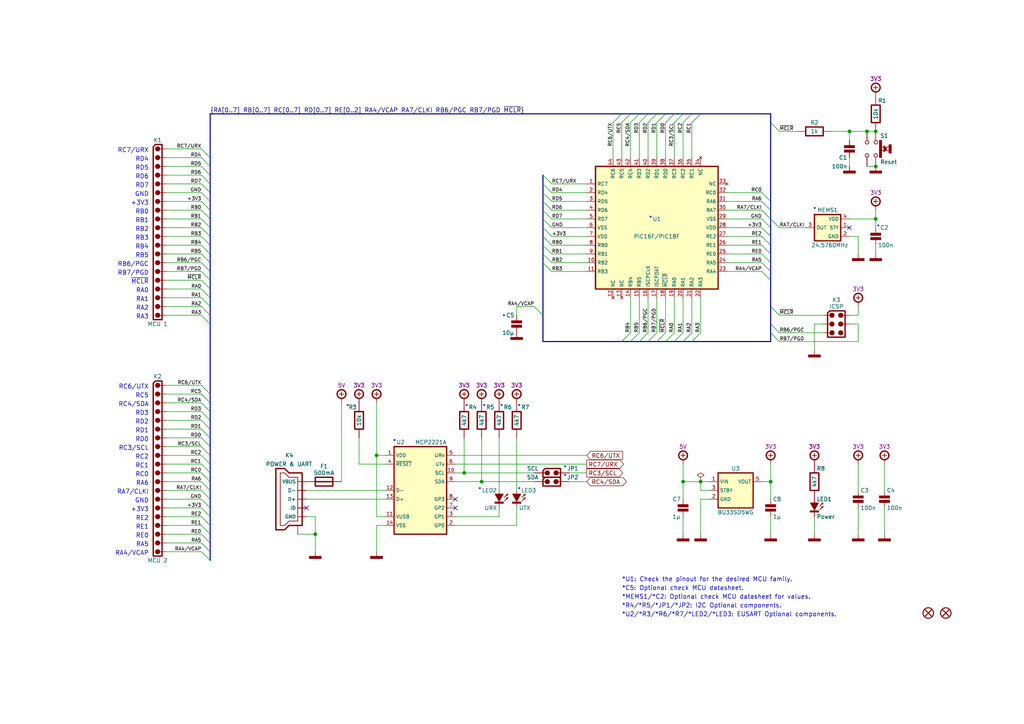
<source format=kicad_sch>
(kicad_sch (version 20250114) (generator "eeschema") (generator_version "9.0")
  (paper "A4")
  (title_block (title "PIC8-Bit Nano Trainer") (date "01/2022") (rev "A"))
  (text "RD7" (at 43.18 54.61 0) (effects (font (size 1.27 1.27)) (justify right bottom)))
  (text "RA7/CLKI" (at 43.18 143.51 0) (effects (font (size 1.27 1.27)) (justify right bottom)))
  (text "RB0" (at 43.18 62.23 0) (effects (font (size 1.27 1.27)) (justify right bottom)))
  (text "*" (at 255.27 66.675 0) (effects (font (size 1.15 1.15)) (justify right bottom)))
  (text "RD5" (at 43.18 49.53 0) (effects (font (size 1.27 1.27)) (justify right bottom)))
  (text "RC6/UTX" (at 43.18 113.03 0) (effects (font (size 1.27 1.27)) (justify right bottom)))
  (text "GND" (at 43.18 146.05 0) (effects (font (size 1.27 1.27)) (justify right bottom)))
  (text "RB4" (at 43.18 72.39 0) (effects (font (size 1.27 1.27)) (justify right bottom)))
  (text "RA4/VCAP" (at 43.18 161.29 0) (effects (font (size 1.27 1.27)) (justify right bottom)))
  (text "*" (at 135.89 118.745 0) (effects (font (size 1.15 1.15)) (justify right bottom)))
  (text "*" (at 114.935 128.905 0) (effects (font (size 1.15 1.15)) (justify right bottom)))
  (text "*" (at 151.13 142.875 0) (effects (font (size 1.15 1.15)) (justify right bottom)))
  (text "RB1" (at 43.18 64.77 0) (effects (font (size 1.27 1.27)) (justify right bottom)))
  (text "RE0" (at 43.18 156.21 0) (effects (font (size 1.27 1.27)) (justify right bottom)))
  (text "RC3/SCL" (at 43.18 130.81 0) (effects (font (size 1.27 1.27)) (justify right bottom)))
  (text "~{MCLR}" (at 43.18 82.55 0) (effects (font (size 1.27 1.27)) (justify right bottom)))
  (text "RB2" (at 43.18 67.31 0) (effects (font (size 1.27 1.27)) (justify right bottom)))
  (text "+3V3" (at 43.18 59.69 0) (effects (font (size 1.27 1.27)) (justify right bottom)))
  (text "RE1" (at 43.18 153.67 0) (effects (font (size 1.27 1.27)) (justify right bottom)))
  (text "RB5" (at 43.18 74.93 0) (effects (font (size 1.27 1.27)) (justify right bottom)))
  (text "RA6" (at 43.18 140.97 0) (effects (font (size 1.27 1.27)) (justify right bottom)))
  (text "RD1" (at 43.18 125.73 0) (effects (font (size 1.27 1.27)) (justify right bottom)))
  (text "RD3" (at 43.18 120.65 0) (effects (font (size 1.27 1.27)) (justify right bottom)))
  (text "*" (at 139.7 142.875 0) (effects (font (size 1.15 1.15)) (justify right bottom)))
  (text "RD6" (at 43.18 52.07 0) (effects (font (size 1.27 1.27)) (justify right bottom)))
  (text "GND" (at 43.18 57.15 0) (effects (font (size 1.27 1.27)) (justify right bottom)))
  (text "RB3" (at 43.18 69.85 0) (effects (font (size 1.27 1.27)) (justify right bottom)))
  (text "RA3" (at 43.18 92.71 0) (effects (font (size 1.27 1.27)) (justify right bottom)))
  (text "*U1: Check the pinout for the desired MCU family." (at 180.34 168.91 0) (effects (font (size 1.27 1.27)) (justify left bottom)))
  (text "RE2" (at 43.18 151.13 0) (effects (font (size 1.27 1.27)) (justify right bottom)))
  (text "*C5: Optional check MCU datasheet." (at 180.34 171.45 0) (effects (font (size 1.27 1.27)) (justify left bottom)))
  (text "RA1" (at 43.18 87.63 0) (effects (font (size 1.27 1.27)) (justify right bottom)))
  (text "*" (at 236.855 61.595 0) (effects (font (size 1.15 1.15)) (justify right bottom)))
  (text "RB7/PGD" (at 43.18 80.01 0) (effects (font (size 1.27 1.27)) (justify right bottom)))
  (text "RA2" (at 43.18 90.17 0) (effects (font (size 1.27 1.27)) (justify right bottom)))
  (text "RC5" (at 43.18 115.57 0) (effects (font (size 1.27 1.27)) (justify right bottom)))
  (text "RC0" (at 43.18 138.43 0) (effects (font (size 1.27 1.27)) (justify right bottom)))
  (text "RC4/SDA" (at 43.18 118.11 0) (effects (font (size 1.27 1.27)) (justify right bottom)))
  (text "*U2/*R3/*R6/*R7/*LED2/*LED3: EUSART Optional components." (at 180.34 179.07 0) (effects (font (size 1.27 1.27)) (justify left bottom)))
  (text "*" (at 164.465 139.065 0) (effects (font (size 1.15 1.15)) (justify right bottom)))
  (text "RA0" (at 43.18 85.09 0) (effects (font (size 1.27 1.27)) (justify right bottom)))
  (text "*" (at 140.97 118.745 0) (effects (font (size 1.15 1.15)) (justify right bottom)))
  (text "RA5" (at 43.18 158.75 0) (effects (font (size 1.27 1.27)) (justify right bottom)))
  (text "*" (at 164.465 136.525 0) (effects (font (size 1.15 1.15)) (justify right bottom)))
  (text "RB6/PGC" (at 43.18 77.47 0) (effects (font (size 1.27 1.27)) (justify right bottom)))
  (text "*" (at 146.685 92.71 0) (effects (font (size 1.15 1.15)) (justify right bottom)))
  (text "*R4/*R5/*JP1/*JP2: I2C Optional components." (at 180.34 176.53 0) (effects (font (size 1.27 1.27)) (justify left bottom)))
  (text "*" (at 146.05 118.745 0) (effects (font (size 1.15 1.15)) (justify right bottom)))
  (text "RD2" (at 43.18 123.19 0) (effects (font (size 1.27 1.27)) (justify right bottom)))
  (text "RD0" (at 43.18 128.27 0) (effects (font (size 1.27 1.27)) (justify right bottom)))
  (text "*" (at 189.23 64.135 0) (effects (font (size 1.15 1.15)) (justify right bottom)))
  (text "RC2" (at 43.18 133.35 0) (effects (font (size 1.27 1.27)) (justify right bottom)))
  (text "*" (at 151.13 118.745 0) (effects (font (size 1.15 1.15)) (justify right bottom)))
  (text "RC7/URX" (at 43.18 44.45 0) (effects (font (size 1.27 1.27)) (justify right bottom)))
  (text "RC1" (at 43.18 135.89 0) (effects (font (size 1.27 1.27)) (justify right bottom)))
  (text "*MEMS1/*C2: Optional check MCU datasheet for values." (at 180.34 173.99 0) (effects (font (size 1.27 1.27)) (justify left bottom)))
  (text "RD4" (at 43.18 46.99 0) (effects (font (size 1.27 1.27)) (justify right bottom)))
  (text "+3V3" (at 43.18 148.59 0) (effects (font (size 1.27 1.27)) (justify right bottom)))
  (text "*" (at 100.33 118.745 0) (effects (font (size 1.15 1.15)) (justify left bottom)))
  (junction (at 246.38 38.1) (diameter 0.9144))
  (junction (at 254 38.1))
  (junction (at 223.52 139.7))
  (junction (at 254 48.26))
  (junction (at 91.44 154.94))
  (junction (at 254 63.5))
  (junction (at 198.12 139.7) (diameter 0.9144))
  (junction (at 139.7 139.7))
  (junction (at 109.22 132.08))
  (junction (at 134.62 137.16))
  (junction (at 203.2 139.7) (diameter 0.9144))
  (junction (at 251.46 38.1))
  (no_connect (at 246.38 66.04))
  (no_connect (at 132.08 144.78))
  (no_connect (at 132.08 147.32))
  (no_connect (at 88.9 147.32))
  (bus_entry (at 180.34 99.06) (size 2.54 -2.54))
  (bus_entry (at 182.88 99.06) (size 2.54 -2.54))
  (bus_entry (at 185.42 99.06) (size 2.54 -2.54))
  (bus_entry (at 187.96 99.06) (size 2.54 -2.54))
  (bus_entry (at 190.5 99.06) (size 2.54 -2.54))
  (bus_entry (at 193.04 99.06) (size 2.54 -2.54))
  (bus_entry (at 195.58 99.06) (size 2.54 -2.54))
  (bus_entry (at 198.12 99.06) (size 2.54 -2.54))
  (bus_entry (at 200.66 99.06) (size 2.54 -2.54))
  (bus_entry (at 223.52 88.9) (size 2.54 2.54))
  (bus_entry (at 223.52 93.98) (size 2.54 2.54))
  (bus_entry (at 223.52 96.52) (size 2.54 2.54))
  (bus_entry (at 157.48 50.8) (size 2.54 2.54))
  (bus_entry (at 157.48 53.34) (size 2.54 2.54))
  (bus_entry (at 157.48 55.88) (size 2.54 2.54))
  (bus_entry (at 157.48 58.42) (size 2.54 2.54))
  (bus_entry (at 157.48 60.96) (size 2.54 2.54))
  (bus_entry (at 157.48 63.5) (size 2.54 2.54))
  (bus_entry (at 157.48 66.04) (size 2.54 2.54))
  (bus_entry (at 157.48 68.58) (size 2.54 2.54))
  (bus_entry (at 157.48 71.12) (size 2.54 2.54))
  (bus_entry (at 157.48 73.66) (size 2.54 2.54))
  (bus_entry (at 157.48 76.2) (size 2.54 2.54))
  (bus_entry (at 223.52 35.56) (size 2.54 2.54))
  (bus_entry (at 177.8 35.56) (size 2.54 -2.54))
  (bus_entry (at 180.34 35.56) (size 2.54 -2.54))
  (bus_entry (at 182.88 35.56) (size 2.54 -2.54))
  (bus_entry (at 185.42 35.56) (size 2.54 -2.54))
  (bus_entry (at 187.96 35.56) (size 2.54 -2.54))
  (bus_entry (at 190.5 35.56) (size 2.54 -2.54))
  (bus_entry (at 193.04 35.56) (size 2.54 -2.54))
  (bus_entry (at 195.58 35.56) (size 2.54 -2.54))
  (bus_entry (at 198.12 35.56) (size 2.54 -2.54))
  (bus_entry (at 200.66 35.56) (size 2.54 -2.54))
  (bus_entry (at 220.98 58.42) (size 2.54 2.54))
  (bus_entry (at 220.98 60.96) (size 2.54 2.54))
  (bus_entry (at 220.98 63.5) (size 2.54 2.54))
  (bus_entry (at 220.98 66.04) (size 2.54 2.54))
  (bus_entry (at 220.98 68.58) (size 2.54 2.54))
  (bus_entry (at 220.98 71.12) (size 2.54 2.54))
  (bus_entry (at 220.98 73.66) (size 2.54 2.54))
  (bus_entry (at 220.98 76.2) (size 2.54 2.54))
  (bus_entry (at 220.98 78.74) (size 2.54 2.54))
  (bus_entry (at 58.42 114.3) (size 2.54 2.54))
  (bus_entry (at 58.42 43.18) (size 2.54 2.54))
  (bus_entry (at 58.42 48.26) (size 2.54 2.54))
  (bus_entry (at 58.42 50.8) (size 2.54 2.54))
  (bus_entry (at 58.42 53.34) (size 2.54 2.54))
  (bus_entry (at 58.42 55.88) (size 2.54 2.54))
  (bus_entry (at 58.42 58.42) (size 2.54 2.54))
  (bus_entry (at 58.42 60.96) (size 2.54 2.54))
  (bus_entry (at 58.42 63.5) (size 2.54 2.54))
  (bus_entry (at 58.42 66.04) (size 2.54 2.54))
  (bus_entry (at 58.42 68.58) (size 2.54 2.54))
  (bus_entry (at 58.42 71.12) (size 2.54 2.54))
  (bus_entry (at 58.42 73.66) (size 2.54 2.54))
  (bus_entry (at 58.42 76.2) (size 2.54 2.54))
  (bus_entry (at 58.42 78.74) (size 2.54 2.54))
  (bus_entry (at 58.42 81.28) (size 2.54 2.54))
  (bus_entry (at 58.42 83.82) (size 2.54 2.54))
  (bus_entry (at 58.42 86.36) (size 2.54 2.54))
  (bus_entry (at 58.42 88.9) (size 2.54 2.54))
  (bus_entry (at 58.42 91.44) (size 2.54 2.54))
  (bus_entry (at 58.42 111.76) (size 2.54 2.54))
  (bus_entry (at 58.42 116.84) (size 2.54 2.54))
  (bus_entry (at 58.42 119.38) (size 2.54 2.54))
  (bus_entry (at 58.42 121.92) (size 2.54 2.54))
  (bus_entry (at 58.42 124.46) (size 2.54 2.54))
  (bus_entry (at 58.42 127) (size 2.54 2.54))
  (bus_entry (at 58.42 129.54) (size 2.54 2.54))
  (bus_entry (at 58.42 132.08) (size 2.54 2.54))
  (bus_entry (at 58.42 134.62) (size 2.54 2.54))
  (bus_entry (at 58.42 137.16) (size 2.54 2.54))
  (bus_entry (at 58.42 139.7) (size 2.54 2.54))
  (bus_entry (at 58.42 142.24) (size 2.54 2.54))
  (bus_entry (at 58.42 144.78) (size 2.54 2.54))
  (bus_entry (at 58.42 147.32) (size 2.54 2.54))
  (bus_entry (at 58.42 149.86) (size 2.54 2.54))
  (bus_entry (at 58.42 152.4) (size 2.54 2.54))
  (bus_entry (at 58.42 154.94) (size 2.54 2.54))
  (bus_entry (at 58.42 157.48) (size 2.54 2.54))
  (bus_entry (at 58.42 160.02) (size 2.54 2.54))
  (bus_entry (at 223.52 63.5) (size 2.54 2.54))
  (bus_entry (at 220.98 55.88) (size 2.54 2.54))
  (bus_entry (at 157.48 91.44) (size -2.54 -2.54))
  (bus_entry (at 58.42 45.72) (size 2.54 2.54))
  (bus (pts (xy 187.96 33.02) (xy 190.5 33.02)))
  (wire (pts (xy 48.26 63.5) (xy 58.42 63.5)))
  (wire (pts (xy 48.26 134.62) (xy 58.42 134.62)))
  (bus (pts (xy 60.96 68.58) (xy 60.96 71.12)))
  (wire (pts (xy 48.26 78.74) (xy 58.42 78.74)))
  (bus (pts (xy 223.52 33.02) (xy 223.52 35.56)))
  (wire (pts (xy 160.02 68.58) (xy 170.18 68.58)))
  (wire (pts (xy 149.86 88.9) (xy 149.86 91.44)))
  (wire (pts (xy 149.86 88.9) (xy 154.94 88.9)))
  (bus (pts (xy 60.96 142.24) (xy 60.96 144.78)))
  (wire (pts (xy 210.82 60.96) (xy 220.98 60.96)))
  (wire (pts (xy 109.22 152.4) (xy 109.22 160.02)))
  (wire (pts (xy 111.76 152.4) (xy 109.22 152.4)))
  (wire (pts (xy 48.26 116.84) (xy 58.42 116.84)))
  (bus (pts (xy 60.96 45.72) (xy 60.96 48.26)))
  (wire (pts (xy 246.38 38.1) (xy 246.38 40.64)))
  (wire (pts (xy 187.96 86.36) (xy 187.96 96.52)))
  (wire (pts (xy 48.26 50.8) (xy 58.42 50.8)))
  (wire (pts (xy 132.08 152.4) (xy 149.86 152.4)))
  (wire (pts (xy 149.86 152.4) (xy 149.86 147.32)))
  (bus (pts (xy 182.88 33.02) (xy 185.42 33.02)))
  (wire (pts (xy 48.26 144.78) (xy 58.42 144.78)))
  (wire (pts (xy 210.82 73.66) (xy 220.98 73.66)))
  (bus (pts (xy 190.5 99.06) (xy 193.04 99.06)))
  (bus (pts (xy 60.96 134.62) (xy 60.96 137.16)))
  (bus (pts (xy 223.52 88.9) (xy 223.52 93.98)))
  (bus (pts (xy 223.52 71.12) (xy 223.52 73.66)))
  (wire (pts (xy 132.08 134.62) (xy 170.18 134.62)))
  (wire (pts (xy 187.96 35.56) (xy 187.96 45.72)))
  (wire (pts (xy 246.38 45.72) (xy 246.38 48.26)))
  (bus (pts (xy 180.34 33.02) (xy 182.88 33.02)))
  (wire (pts (xy 88.9 149.86) (xy 91.44 149.86)))
  (wire (pts (xy 91.44 149.86) (xy 91.44 154.94)))
  (wire (pts (xy 48.26 121.92) (xy 58.42 121.92)))
  (bus (pts (xy 223.52 66.04) (xy 223.52 68.58)))
  (bus (pts (xy 195.58 33.02) (xy 198.12 33.02)))
  (wire (pts (xy 149.86 142.24) (xy 149.86 127)))
  (wire (pts (xy 256.54 134.62) (xy 256.54 142.24)))
  (bus (pts (xy 60.96 127) (xy 60.96 129.54)))
  (bus (pts (xy 60.96 116.84) (xy 60.96 119.38)))
  (wire (pts (xy 48.26 55.88) (xy 58.42 55.88)))
  (wire (pts (xy 139.7 139.7) (xy 154.94 139.7)))
  (bus (pts (xy 60.96 86.36) (xy 60.96 88.9)))
  (wire (pts (xy 48.26 71.12) (xy 58.42 71.12)))
  (wire (pts (xy 198.12 139.7) (xy 203.2 139.7)))
  (wire (pts (xy 203.2 139.7) (xy 205.74 139.7)))
  (wire (pts (xy 198.12 86.36) (xy 198.12 96.52)))
  (wire (pts (xy 48.26 48.26) (xy 58.42 48.26)))
  (wire (pts (xy 248.92 88.9) (xy 248.92 91.44)))
  (wire (pts (xy 48.26 43.18) (xy 58.42 43.18)))
  (bus (pts (xy 223.52 35.56) (xy 223.52 58.42)))
  (wire (pts (xy 160.02 76.2) (xy 170.18 76.2)))
  (wire (pts (xy 226.06 91.44) (xy 238.76 91.44)))
  (wire (pts (xy 48.26 88.9) (xy 58.42 88.9)))
  (wire (pts (xy 254 60.96) (xy 254 63.5)))
  (bus (pts (xy 60.96 129.54) (xy 60.96 132.08)))
  (wire (pts (xy 160.02 73.66) (xy 170.18 73.66)))
  (wire (pts (xy 48.26 129.54) (xy 58.42 129.54)))
  (bus (pts (xy 60.96 91.44) (xy 60.96 93.98)))
  (wire (pts (xy 48.26 127) (xy 58.42 127)))
  (bus (pts (xy 60.96 55.88) (xy 60.96 58.42)))
  (bus (pts (xy 60.96 76.2) (xy 60.96 78.74)))
  (bus (pts (xy 60.96 88.9) (xy 60.96 91.44)))
  (bus (pts (xy 157.48 58.42) (xy 157.48 60.96)))
  (bus (pts (xy 157.48 53.34) (xy 157.48 55.88)))
  (wire (pts (xy 134.62 137.16) (xy 154.94 137.16)))
  (wire (pts (xy 48.26 60.96) (xy 58.42 60.96)))
  (wire (pts (xy 236.22 149.86) (xy 236.22 154.94)))
  (wire (pts (xy 139.7 127) (xy 139.7 139.7)))
  (bus (pts (xy 60.96 154.94) (xy 60.96 157.48)))
  (wire (pts (xy 198.12 134.62) (xy 198.12 139.7)))
  (wire (pts (xy 198.12 139.7) (xy 198.12 144.78)))
  (wire (pts (xy 48.26 83.82) (xy 58.42 83.82)))
  (bus (pts (xy 60.96 121.92) (xy 60.96 124.46)))
  (bus (pts (xy 157.48 71.12) (xy 157.48 73.66)))
  (wire (pts (xy 182.88 86.36) (xy 182.88 96.52)))
  (wire (pts (xy 48.26 152.4) (xy 58.42 152.4)))
  (wire (pts (xy 160.02 63.5) (xy 170.18 63.5)))
  (wire (pts (xy 48.26 124.46) (xy 58.42 124.46)))
  (wire (pts (xy 226.06 38.1) (xy 231.14 38.1)))
  (wire (pts (xy 86.36 154.94) (xy 91.44 154.94)))
  (wire (pts (xy 48.26 154.94) (xy 58.42 154.94)))
  (wire (pts (xy 160.02 53.34) (xy 170.18 53.34)))
  (bus (pts (xy 60.96 160.02) (xy 60.96 162.56)))
  (wire (pts (xy 91.44 154.94) (xy 91.44 160.02)))
  (bus (pts (xy 60.96 157.48) (xy 60.96 160.02)))
  (wire (pts (xy 182.88 35.56) (xy 182.88 45.72)))
  (bus (pts (xy 60.96 147.32) (xy 60.96 149.86)))
  (bus (pts (xy 60.96 78.74) (xy 60.96 81.28)))
  (wire (pts (xy 226.06 99.06) (xy 248.92 99.06)))
  (wire (pts (xy 246.38 93.98) (xy 248.92 93.98)))
  (wire (pts (xy 248.92 93.98) (xy 248.92 99.06)))
  (wire (pts (xy 48.26 132.08) (xy 58.42 132.08)))
  (wire (pts (xy 248.92 68.58) (xy 248.92 73.66)))
  (bus (pts (xy 157.48 76.2) (xy 157.48 91.44)))
  (bus (pts (xy 157.48 68.58) (xy 157.48 71.12)))
  (wire (pts (xy 248.92 134.62) (xy 248.92 142.24)))
  (wire (pts (xy 251.46 38.1) (xy 254 38.1)))
  (wire (pts (xy 210.82 71.12) (xy 220.98 71.12)))
  (wire (pts (xy 210.82 76.2) (xy 220.98 76.2)))
  (wire (pts (xy 226.06 66.04) (xy 233.68 66.04)))
  (wire (pts (xy 48.26 66.04) (xy 58.42 66.04)))
  (wire (pts (xy 251.46 48.26) (xy 254 48.26)))
  (wire (pts (xy 223.52 149.86) (xy 223.52 154.94)))
  (wire (pts (xy 134.62 127) (xy 134.62 137.16)))
  (wire (pts (xy 200.66 35.56) (xy 200.66 45.72)))
  (bus (pts (xy 60.96 48.26) (xy 60.96 50.8)))
  (bus (pts (xy 223.52 76.2) (xy 223.52 78.74)))
  (wire (pts (xy 132.08 139.7) (xy 139.7 139.7)))
  (bus (pts (xy 198.12 99.06) (xy 200.66 99.06)))
  (bus (pts (xy 200.66 99.06) (xy 223.52 99.06)))
  (bus (pts (xy 60.96 33.02) (xy 60.96 45.72)))
  (bus (pts (xy 157.48 50.8) (xy 157.48 53.34)))
  (bus (pts (xy 157.48 99.06) (xy 180.34 99.06)))
  (wire (pts (xy 48.26 119.38) (xy 58.42 119.38)))
  (bus (pts (xy 60.96 119.38) (xy 60.96 121.92)))
  (wire (pts (xy 48.26 53.34) (xy 58.42 53.34)))
  (wire (pts (xy 256.54 147.32) (xy 256.54 154.94)))
  (wire (pts (xy 48.26 139.7) (xy 58.42 139.7)))
  (wire (pts (xy 48.26 147.32) (xy 58.42 147.32)))
  (bus (pts (xy 60.96 114.3) (xy 60.96 116.84)))
  (bus (pts (xy 190.5 33.02) (xy 193.04 33.02)))
  (bus (pts (xy 60.96 144.78) (xy 60.96 147.32)))
  (wire (pts (xy 236.22 93.98) (xy 236.22 101.6)))
  (wire (pts (xy 238.76 93.98) (xy 236.22 93.98)))
  (wire (pts (xy 99.06 116.84) (xy 99.06 139.7)))
  (wire (pts (xy 185.42 86.36) (xy 185.42 96.52)))
  (bus (pts (xy 223.52 60.96) (xy 223.52 63.5)))
  (wire (pts (xy 210.82 66.04) (xy 220.98 66.04)))
  (bus (pts (xy 193.04 33.02) (xy 195.58 33.02)))
  (bus (pts (xy 60.96 81.28) (xy 60.96 83.82)))
  (bus (pts (xy 157.48 91.44) (xy 157.48 99.06)))
  (wire (pts (xy 48.26 81.28) (xy 58.42 81.28)))
  (wire (pts (xy 180.34 35.56) (xy 180.34 45.72)))
  (wire (pts (xy 48.26 160.02) (xy 58.42 160.02)))
  (bus (pts (xy 60.96 58.42) (xy 60.96 60.96)))
  (wire (pts (xy 144.78 142.24) (xy 144.78 127)))
  (wire (pts (xy 254 71.12) (xy 254 73.66)))
  (bus (pts (xy 223.52 68.58) (xy 223.52 71.12)))
  (wire (pts (xy 254 63.5) (xy 254 66.04)))
  (wire (pts (xy 48.26 137.16) (xy 58.42 137.16)))
  (wire (pts (xy 48.26 91.44) (xy 58.42 91.44)))
  (wire (pts (xy 104.14 134.62) (xy 104.14 127)))
  (wire (pts (xy 111.76 134.62) (xy 104.14 134.62)))
  (wire (pts (xy 203.2 144.78) (xy 203.2 154.94)))
  (wire (pts (xy 205.74 144.78) (xy 203.2 144.78)))
  (wire (pts (xy 193.04 35.56) (xy 193.04 45.72)))
  (bus (pts (xy 60.96 93.98) (xy 60.96 114.3)))
  (bus (pts (xy 60.96 139.7) (xy 60.96 142.24)))
  (bus (pts (xy 223.52 63.5) (xy 223.52 66.04)))
  (wire (pts (xy 177.8 35.56) (xy 177.8 45.72)))
  (bus (pts (xy 223.52 93.98) (xy 223.52 96.52)))
  (wire (pts (xy 210.82 78.74) (xy 220.98 78.74)))
  (wire (pts (xy 48.26 157.48) (xy 58.42 157.48)))
  (bus (pts (xy 195.58 99.06) (xy 198.12 99.06)))
  (bus (pts (xy 60.96 53.34) (xy 60.96 55.88)))
  (wire (pts (xy 165.1 139.7) (xy 170.18 139.7)))
  (wire (pts (xy 203.2 86.36) (xy 203.2 96.52)))
  (wire (pts (xy 246.38 63.5) (xy 254 63.5)))
  (bus (pts (xy 223.52 78.74) (xy 223.52 81.28)))
  (bus (pts (xy 60.96 132.08) (xy 60.96 134.62)))
  (wire (pts (xy 160.02 58.42) (xy 170.18 58.42)))
  (bus (pts (xy 203.2 33.02) (xy 223.52 33.02)))
  (bus (pts (xy 60.96 73.66) (xy 60.96 76.2)))
  (bus (pts (xy 193.04 99.06) (xy 195.58 99.06)))
  (bus (pts (xy 157.48 63.5) (xy 157.48 66.04)))
  (bus (pts (xy 60.96 33.02) (xy 180.34 33.02)))
  (bus (pts (xy 60.96 63.5) (xy 60.96 66.04)))
  (bus (pts (xy 157.48 73.66) (xy 157.48 76.2)))
  (wire (pts (xy 246.38 68.58) (xy 248.92 68.58)))
  (wire (pts (xy 48.26 149.86) (xy 58.42 149.86)))
  (wire (pts (xy 48.26 68.58) (xy 58.42 68.58)))
  (bus (pts (xy 223.52 96.52) (xy 223.52 99.06)))
  (bus (pts (xy 182.88 99.06) (xy 185.42 99.06)))
  (wire (pts (xy 200.66 86.36) (xy 200.66 96.52)))
  (wire (pts (xy 185.42 35.56) (xy 185.42 45.72)))
  (bus (pts (xy 60.96 152.4) (xy 60.96 154.94)))
  (wire (pts (xy 48.26 142.24) (xy 58.42 142.24)))
  (bus (pts (xy 60.96 83.82) (xy 60.96 86.36)))
  (wire (pts (xy 210.82 58.42) (xy 220.98 58.42)))
  (bus (pts (xy 157.48 60.96) (xy 157.48 63.5)))
  (bus (pts (xy 157.48 55.88) (xy 157.48 58.42)))
  (wire (pts (xy 220.98 139.7) (xy 223.52 139.7)))
  (wire (pts (xy 48.26 111.76) (xy 58.42 111.76)))
  (bus (pts (xy 223.52 81.28) (xy 223.52 88.9)))
  (bus (pts (xy 223.52 58.42) (xy 223.52 60.96)))
  (wire (pts (xy 210.82 68.58) (xy 220.98 68.58)))
  (bus (pts (xy 157.48 66.04) (xy 157.48 68.58)))
  (wire (pts (xy 241.3 38.1) (xy 246.38 38.1)))
  (wire (pts (xy 246.38 38.1) (xy 251.46 38.1)))
  (bus (pts (xy 60.96 137.16) (xy 60.96 139.7)))
  (bus (pts (xy 180.34 99.06) (xy 182.88 99.06)))
  (wire (pts (xy 160.02 66.04) (xy 170.18 66.04)))
  (wire (pts (xy 223.52 139.7) (xy 223.52 144.78)))
  (bus (pts (xy 60.96 66.04) (xy 60.96 68.58)))
  (bus (pts (xy 198.12 33.02) (xy 200.66 33.02)))
  (wire (pts (xy 48.26 58.42) (xy 58.42 58.42)))
  (wire (pts (xy 190.5 35.56) (xy 190.5 45.72)))
  (wire (pts (xy 160.02 78.74) (xy 170.18 78.74)))
  (wire (pts (xy 88.9 144.78) (xy 111.76 144.78)))
  (wire (pts (xy 132.08 149.86) (xy 144.78 149.86)))
  (wire (pts (xy 144.78 147.32) (xy 144.78 149.86)))
  (wire (pts (xy 160.02 71.12) (xy 170.18 71.12)))
  (wire (pts (xy 248.92 147.32) (xy 248.92 154.94)))
  (wire (pts (xy 48.26 114.3) (xy 58.42 114.3)))
  (wire (pts (xy 195.58 86.36) (xy 195.58 96.52)))
  (wire (pts (xy 198.12 149.86) (xy 198.12 154.94)))
  (bus (pts (xy 185.42 33.02) (xy 187.96 33.02)))
  (wire (pts (xy 48.26 45.72) (xy 58.42 45.72)))
  (wire (pts (xy 109.22 149.86) (xy 109.22 132.08)))
  (wire (pts (xy 111.76 149.86) (xy 109.22 149.86)))
  (wire (pts (xy 165.1 137.16) (xy 170.18 137.16)))
  (wire (pts (xy 210.82 63.5) (xy 220.98 63.5)))
  (wire (pts (xy 160.02 55.88) (xy 170.18 55.88)))
  (wire (pts (xy 132.08 132.08) (xy 170.18 132.08)))
  (bus (pts (xy 60.96 60.96) (xy 60.96 63.5)))
  (wire (pts (xy 193.04 86.36) (xy 193.04 96.52)))
  (bus (pts (xy 60.96 124.46) (xy 60.96 127)))
  (wire (pts (xy 203.2 142.24) (xy 203.2 139.7)))
  (wire (pts (xy 205.74 142.24) (xy 203.2 142.24)))
  (wire (pts (xy 48.26 76.2) (xy 58.42 76.2)))
  (wire (pts (xy 246.38 91.44) (xy 248.92 91.44)))
  (wire (pts (xy 160.02 60.96) (xy 170.18 60.96)))
  (bus (pts (xy 223.52 73.66) (xy 223.52 76.2)))
  (wire (pts (xy 210.82 55.88) (xy 220.98 55.88)))
  (bus (pts (xy 60.96 149.86) (xy 60.96 152.4)))
  (wire (pts (xy 109.22 132.08) (xy 111.76 132.08)))
  (bus (pts (xy 60.96 71.12) (xy 60.96 73.66)))
  (bus (pts (xy 60.96 50.8) (xy 60.96 53.34)))
  (wire (pts (xy 48.26 73.66) (xy 58.42 73.66)))
  (wire (pts (xy 190.5 86.36) (xy 190.5 96.52)))
  (wire (pts (xy 88.9 142.24) (xy 111.76 142.24)))
  (bus (pts (xy 187.96 99.06) (xy 190.5 99.06)))
  (wire (pts (xy 198.12 35.56) (xy 198.12 45.72)))
  (wire (pts (xy 223.52 134.62) (xy 223.52 139.7)))
  (bus (pts (xy 185.42 99.06) (xy 187.96 99.06)))
  (wire (pts (xy 226.06 96.52) (xy 238.76 96.52)))
  (wire (pts (xy 132.08 137.16) (xy 134.62 137.16)))
  (wire (pts (xy 48.26 86.36) (xy 58.42 86.36)))
  (wire (pts (xy 109.22 116.84) (xy 109.22 132.08)))
  (wire (pts (xy 195.58 35.56) (xy 195.58 45.72)))
  (bus (pts (xy 200.66 33.02) (xy 203.2 33.02)))
  (label "RA0" (at 58.42 83.82 180) (effects (font (size 1 1))))
  (label "RC2" (at 58.42 132.08 180) (effects (font (size 1 1))))
  (label "RC5" (at 58.42 114.3 180) (effects (font (size 1 1))))
  (label "+3V3" (at 220.98 66.04 180) (effects (font (size 1 1))))
  (label "RB2" (at 58.42 66.04 180) (effects (font (size 1 1))))
  (label "GND" (at 160.02 66.04 0) (effects (font (size 1 1))))
  (label "RA3" (at 203.2 96.52 90) (effects (font (size 1 1))))
  (label "RC0" (at 58.42 137.16 180) (effects (font (size 1 1))))
  (label "RD2" (at 58.42 121.92 180) (effects (font (size 1 1))))
  (label "RD4" (at 58.42 45.72 180) (effects (font (size 1 1))))
  (label "RA2" (at 200.66 96.52 90) (effects (font (size 1 1))))
  (label "RE1" (at 220.98 71.12 180) (effects (font (size 1 1))))
  (label "RB3" (at 58.42 68.58 180) (effects (font (size 1 1))))
  (label "RB4" (at 182.88 96.52 90) (effects (font (size 1 1))))
  (label "RA4{slash}VCAP" (at 220.98 78.74 180) (effects (font (size 1 1))))
  (label "RB0" (at 58.42 60.96 180) (effects (font (size 1 1))))
  (label "RC3{slash}SCL" (at 58.42 129.54 180) (effects (font (size 1 1))))
  (label "RA0" (at 195.58 96.52 90) (effects (font (size 1 1))))
  (label "RB7{slash}PGD" (at 226.06 99.06 0) (effects (font (size 1 1))))
  (label "+3V3" (at 58.42 147.32 180) (effects (font (size 1 1))))
  (label "RA4{slash}VCAP" (at 154.94 88.9 180) (effects (font (size 1 1))))
  (label "RB4" (at 58.42 71.12 180) (effects (font (size 1 1))))
  (label "RD2" (at 187.96 35.56 270) (effects (font (size 1 1))))
  (label "RC6{slash}UTX" (at 177.8 35.56 270) (effects (font (size 1 1))))
  (label "RA3" (at 58.42 91.44 180) (effects (font (size 1 1))))
  (label "RD6" (at 160.02 60.96 0) (effects (font (size 1 1))))
  (label "RE0" (at 220.98 73.66 180) (effects (font (size 1 1))))
  (label "RD7" (at 160.02 63.5 0) (effects (font (size 1 1))))
  (label "RC7{slash}URX" (at 58.42 43.18 180) (effects (font (size 1 1))))
  (label "RB2" (at 160.02 76.2 0) (effects (font (size 1 1))))
  (label "RA6" (at 220.98 58.42 180) (effects (font (size 1 1))))
  (label "~{MCLR}" (at 226.06 38.1 0) (effects (font (size 1 1))))
  (label "RA7{slash}CLKI" (at 220.98 60.96 180) (effects (font (size 1 1))))
  (label "GND" (at 58.42 55.88 180) (effects (font (size 1 1))))
  (label "GND" (at 220.98 63.5 180) (effects (font (size 1 1))))
  (label "RB3" (at 160.02 78.74 0) (effects (font (size 1 1))))
  (label "RD3" (at 185.42 35.56 270) (effects (font (size 1 1))))
  (label "RB7{slash}PGD" (at 58.42 78.74 180) (effects (font (size 1 1))))
  (label "RC7{slash}URX" (at 160.02 53.34 0) (effects (font (size 1 1))))
  (label "RC3{slash}SCL" (at 195.58 35.56 270) (effects (font (size 1 1))))
  (label "RB7{slash}PGD" (at 190.5 96.52 90) (effects (font (size 1 1))))
  (label "RB1" (at 58.42 63.5 180) (effects (font (size 1 1))))
  (label "~{MCLR}" (at 226.06 91.44 0) (effects (font (size 1 1))))
  (label "RB5" (at 185.42 96.52 90) (effects (font (size 1 1))))
  (label "RD4" (at 160.02 55.88 0) (effects (font (size 1 1))))
  (label "RB0" (at 160.02 71.12 0) (effects (font (size 1 1))))
  (label "RC6{slash}UTX" (at 58.42 111.76 180) (effects (font (size 1 1))))
  (label "RD0" (at 193.04 35.56 270) (effects (font (size 1 1))))
  (label "RD1" (at 58.42 124.46 180) (effects (font (size 1 1))))
  (label "RB5" (at 58.42 73.66 180) (effects (font (size 1 1))))
  (label "~{MCLR}" (at 58.42 81.28 180) (effects (font (size 1 1))))
  (label "RC5" (at 180.34 35.56 270) (effects (font (size 1 1))))
  (label "RA6" (at 58.42 139.7 180) (effects (font (size 1 1))))
  (label "RE2" (at 220.98 68.58 180) (effects (font (size 1 1))))
  (label "{RA[0..7] RB[0..7] RC[0..7] RD[0..7] RE[0..2] RA4{slash}VCAP RA7{slash}CLKI RB6{slash}PGC RB7{slash}PGD ~{MCLR}}" (at 60.96 33.02 0))
  (label "~{MCLR}" (at 193.04 96.52 90) (effects (font (size 1 1))))
  (label "RA7{slash}CLKI" (at 58.42 142.24 180) (effects (font (size 1 1))))
  (label "RE1" (at 58.42 152.4 180) (effects (font (size 1 1))))
  (label "RB6{slash}PGC" (at 187.96 96.52 90) (effects (font (size 1 1))))
  (label "RA2" (at 58.42 88.9 180) (effects (font (size 1 1))))
  (label "RA4{slash}VCAP" (at 58.42 160.02 180) (effects (font (size 1 1))))
  (label "+3V3" (at 58.42 58.42 180) (effects (font (size 1 1))))
  (label "RD1" (at 190.5 35.56 270) (effects (font (size 1 1))))
  (label "RD0" (at 58.42 127 180) (effects (font (size 1 1))))
  (label "RB1" (at 160.02 73.66 0) (effects (font (size 1 1))))
  (label "RD5" (at 58.42 48.26 180) (effects (font (size 1 1))))
  (label "GND" (at 58.42 144.78 180) (effects (font (size 1 1))))
  (label "RD5" (at 160.02 58.42 0) (effects (font (size 1 1))))
  (label "RA5" (at 220.98 76.2 180) (effects (font (size 1 1))))
  (label "RA1" (at 198.12 96.52 90) (effects (font (size 1 1))))
  (label "RA5" (at 58.42 157.48 180) (effects (font (size 1 1))))
  (label "RE0" (at 58.42 154.94 180) (effects (font (size 1 1))))
  (label "RC1" (at 58.42 134.62 180) (effects (font (size 1 1))))
  (label "RE2" (at 58.42 149.86 180) (effects (font (size 1 1))))
  (label "+3V3" (at 160.02 68.58 0) (effects (font (size 1 1))))
  (label "RC0" (at 220.98 55.88 180) (effects (font (size 1 1))))
  (label "RB6{slash}PGC" (at 58.42 76.2 180) (effects (font (size 1 1))))
  (label "RD7" (at 58.42 53.34 180) (effects (font (size 1 1))))
  (label "RC1" (at 200.66 35.56 270) (effects (font (size 1 1))))
  (label "RD6" (at 58.42 50.8 180) (effects (font (size 1 1))))
  (label "RB6{slash}PGC" (at 226.06 96.52 0) (effects (font (size 1 1))))
  (label "RC4{slash}SDA" (at 58.42 116.84 180) (effects (font (size 1 1))))
  (label "RD3" (at 58.42 119.38 180) (effects (font (size 1 1))))
  (label "RA7{slash}CLKI" (at 226.06 66.04 0) (effects (font (size 1 1))))
  (label "RA1" (at 58.42 86.36 180) (effects (font (size 1 1))))
  (label "RC2" (at 198.12 35.56 270) (effects (font (size 1 1))))
  (label "RC4{slash}SDA" (at 182.88 35.56 270) (effects (font (size 1 1))))
  (global_label "RC4{slash}SDA" (shape bidirectional) (at 170.18 139.7 0) (effects (font (size 1.2 1.2))) (property "Intersheetrefs" "${INTERSHEET_REFS}" (effects (hide yes))))
  (global_label "RC7{slash}URX" (shape output) (at 170.18 134.62 0) (effects (font (size 1.2 1.2))) (property "Intersheetrefs" "${INTERSHEET_REFS}" (effects (hide yes))))
  (global_label "RC3{slash}SCL" (shape output) (at 170.18 137.16 0) (effects (font (size 1.2 1.2))) (property "Intersheetrefs" "${INTERSHEET_REFS}" (effects (hide yes))))
  (global_label "RC6{slash}UTX" (shape input) (at 170.18 132.08 0) (effects (font (size 1.2 1.2))) (property "Intersheetrefs" "${INTERSHEET_REFS}" (effects (hide yes))))
  (symbol (lib_id "tronixio:+3V3") (at 149.86 116.84 0) (unit 1)
    (property "Reference" "#PWR014" (effects (hide yes)))
    (property "Value" "+3V3" (effects (hide yes)))
    (property "Description" "3V3" (at 149.86 111.76 0) (effects (font (size 1.15 1.15))))
  )
  (symbol (lib_id "tronixio:+3V3") (at 248.92 134.62 0) (unit 1)
    (property "Reference" "#PWR0108" (effects (hide yes)))
    (property "Value" "+3V3" (effects (hide yes)))
    (property "Description" "3V3" (at 248.92 129.54 0) (effects (font (size 1.15 1.15))))
  )
  (symbol (lib_id "tronixio:GND") (at 149.86 96.52 0) (unit 1)
    (property "Reference" "#PWR0123" (effects (hide yes)))
    (property "Value" "GND" (effects (hide yes)))
    (property "Description" "GND" (effects (hide yes)))
  )
  (symbol (lib_id "tronixio:GND") (at 198.12 154.94 0) (unit 1)
    (property "Reference" "#PWR03" (effects (hide yes)))
    (property "Value" "GND" (effects (hide yes)))
    (property "Description" "GND" (effects (hide yes)))
  )
  (symbol (lib_id "tronixio:HARWIN-200-M-1X02-JUMPER-VERTICAL") (at 160.02 137.16 90) (unit 1)
    (property "Reference" "JP1" (at 164.465 135.89 90) (effects (font (size 1.15 1.15)) (justify right)))
    (property "Value" "SCL" (at 156.21 135.89 90) (effects (font (size 1.15 1.15)) (justify left)))
    (property "Footprint" "tronixio:HARWIN-M22-25102xx" (effects (hide yes)))
    (property "Datasheet" "https://www.harwin.com/products/M22-2510246/" (effects (hide yes)))
    (property "Description" "M22 Series - 2.00mm Pitch PCB Connector" (effects (hide yes)))
    (property "Mouser" "855-M22-25102" (effects (hide yes)))
  )
  (symbol (lib_id "tronixio:MICROCHIP-MCP2221A-TSSOP") (at 111.76 132.08 0) (unit 1)
    (property "Reference" "U2" (at 114.935 128.27 0) (effects (font (size 1.15 1.15)) (justify left)))
    (property "Value" "MCP2221A" (at 129.54 128.27 0) (effects (font (size 1.15 1.15)) (justify right)))
    (property "Footprint" "tronixio:TSSOP-14" (effects (hide yes)))
    (property "Datasheet" "https://www.microchip.com/wwwproducts/en/MCP2221A" (effects (hide yes)))
    (property "Description" "USB to I2C/UART Protocol Converter with GPIO" (effects (hide yes)))
    (property "Mouser" "579-MCP2221A-I/ST" (effects (hide yes)))
  )
  (symbol (lib_id "tronixio:CAPACITOR-0805-100N-50V-5P-X7R") (at 246.38 43.18 0) (unit 1)
    (property "Reference" "C1" (at 245.745 45.72 0) (effects (font (size 1.15 1.15)) (justify right)))
    (property "Value" "100n" (at 245.745 48.26 0) (effects (font (size 1.15 1.15)) (justify right)))
    (property "Footprint" "tronixio:CAPACITOR-SMD-0805" (effects (hide yes)))
    (property "Description" "Unpolarized Capacitor" (effects (hide yes)))
    (property "Voltage" "50V" (effects (hide yes)))
    (property "Tolerance" "5%" (effects (hide yes)))
    (property "Mouser" "80-C0805C104J5" (effects (hide yes)))
  )
  (symbol (lib_id "tronixio:GND") (at 254 73.66 0) (unit 1)
    (property "Reference" "#PWR0126" (effects (hide yes)))
    (property "Value" "GND" (effects (hide yes)))
    (property "Description" "GND" (effects (hide yes)))
  )
  (symbol (lib_id "tronixio:GND") (at 203.2 154.94 0) (unit 1)
    (property "Reference" "#PWR04" (effects (hide yes)))
    (property "Value" "GND" (effects (hide yes)))
    (property "Description" "GND" (effects (hide yes)))
  )
  (symbol (lib_id "tronixio:GND") (at 236.22 101.6 0) (unit 1)
    (property "Reference" "#PWR0124" (effects (hide yes)))
    (property "Value" "GND" (effects (hide yes)))
    (property "Description" "GND" (effects (hide yes)))
  )
  (symbol (lib_id "tronixio:GND") (at 248.92 154.94 0) (unit 1)
    (property "Reference" "#PWR07" (effects (hide yes)))
    (property "Value" "GND" (effects (hide yes)))
    (property "Description" "GND" (effects (hide yes)))
  )
  (symbol (lib_id "tronixio:POWER-FLAG") (at 203.2 139.7 0) (unit 1)
    (property "Reference" "#FLG0101" (effects (hide yes)))
    (property "Value" "POWER-FLAG" (effects (hide yes)))
    (property "Description" "Special symbol for telling ERC where power comes from" (effects (hide yes)))
  )
  (symbol (lib_id "tronixio:KINGBRIGHT-LED-0805-BLUE") (at 144.78 144.78 270) (mirror x) (unit 1)
    (property "Reference" "LED2" (at 144.145 142.24 90) (effects (font (size 1.15 1.15)) (justify right)))
    (property "Value" "URX" (at 144.145 147.32 90) (effects (font (size 1.15 1.15)) (justify right)))
    (property "Footprint" "tronixio:LED-SMD-0805" (effects (hide yes)))
    (property "Datasheet" "http://www.kingbrightusa.com/images/catalog/SPEC/APT2012LVBC-D.pdf" (effects (hide yes)))
    (property "Description" "Light Emitting Diode" (effects (hide yes)))
    (property "Mouser" "604-APT2012LVBCD" (effects (hide yes)))
  )
  (symbol (lib_id "tronixio:+3V3") (at 223.52 134.62 0) (unit 1)
    (property "Reference" "#PWR0110" (effects (hide yes)))
    (property "Value" "+3V3" (effects (hide yes)))
    (property "Description" "3V3" (at 223.52 129.54 0) (effects (font (size 1.15 1.15))))
  )
  (symbol (lib_id "tronixio:HARWIN-JUMPER-0200-03MM-BLACK") (at 269.24 177.8 0) (unit 1) (in_bom no)
    (property "Reference" "H1" (effects (hide yes)))
    (property "Value" "HARWIN-JUMPER-0200-03MM-BLACK" (effects (hide yes)))
    (property "Footprint" "tronixio:HARWIN-M22-190-19X" (effects (hide yes)))
    (property "Datasheet" "https://cdn.harwin.com/pdfs/M22-19X.pdf" (effects (hide yes)))
    (property "Description" "2.00 Pitch Closed-box Jumper Socket with Handle" (effects (hide yes)))
    (property "Mouser" "855-M22-19000" (effects (hide yes)))
  )
  (symbol (lib_id "tronixio:GND") (at 91.44 160.02 0) (unit 1)
    (property "Reference" "#PWR09" (effects (hide yes)))
    (property "Value" "GND" (effects (hide yes)))
    (property "Description" "GND" (effects (hide yes)))
  )
  (symbol (lib_id "tronixio:KINGBRIGHT-LED-0805-BLUE") (at 149.86 144.78 270) (mirror x) (unit 1)
    (property "Reference" "LED3" (at 151.13 142.24 90) (effects (font (size 1.15 1.15)) (justify left)))
    (property "Value" "UTX" (at 150.495 147.32 90) (effects (font (size 1.15 1.15)) (justify left)))
    (property "Footprint" "tronixio:LED-SMD-0805" (effects (hide yes)))
    (property "Datasheet" "http://www.kingbrightusa.com/images/catalog/SPEC/APT2012LVBC-D.pdf" (effects (hide yes)))
    (property "Description" "Light Emitting Diode" (effects (hide yes)))
    (property "Mouser" "604-APT2012LVBCD" (effects (hide yes)))
  )
  (symbol (lib_id "tronixio:+3V3") (at 104.14 116.84 0) (unit 1)
    (property "Reference" "#PWR02" (effects (hide yes)))
    (property "Value" "+3V3" (effects (hide yes)))
    (property "Description" "3V3" (at 104.14 111.76 0) (effects (font (size 1.15 1.15))))
  )
  (symbol (lib_id "tronixio:FCI-USB-TYPE-B-MICRO-TH") (at 83.82 144.78 0) (unit 1)
    (property "Reference" "K4" (at 83.9105 132.08 0) (effects (font (size 1.15 1.15))))
    (property "Value" "POWER & UART" (at 83.82 134.62 0) (effects (font (size 1.15 1.15))))
    (property "Footprint" "tronixio:USB-TYPE-B-MICRO-TH" (effects (hide yes)))
    (property "Datasheet" "https://cdn.amphenol-icc.com/media/wysiwyg/files/drawing/10118193.pdf" (effects (hide yes)))
    (property "Description" "Micro USB Connector" (effects (hide yes)))
    (property "Mouser" "649-10118193-0001LF" (effects (hide yes)))
  )
  (symbol (lib_id "tronixio:+3V3") (at 248.92 88.9 0) (unit 1)
    (property "Reference" "#PWR0105" (effects (hide yes)))
    (property "Value" "+3V3" (effects (hide yes)))
    (property "Description" "3V3" (at 248.92 83.82 0) (effects (font (size 1.15 1.15))))
  )
  (symbol (lib_id "tronixio:MICROCHIP-DSC1001C-245760-CDFN") (at 246.38 63.5 0) (mirror y) (unit 1)
    (property "Reference" "MEMS1" (at 240.03 60.96 0) (effects (font (size 1.15 1.15))))
    (property "Value" "24.5760MHz" (at 240.665 71.12 0) (effects (font (size 1.15 1.15))))
    (property "Footprint" "tronixio:CDFN-3225" (effects (hide yes)))
    (property "Datasheet" "https://www.microchip.com/wwwproducts/en/DSC1001" (effects (hide yes)))
    (property "Description" "1.8V-3.3V Low-Power Precision CMOS Oscillators" (effects (hide yes)))
    (property "Mouser" "998-1001CI2-024.5760" (effects (hide yes)))
  )
  (symbol (lib_id "tronixio:+3V3") (at 254 60.96 0) (unit 1)
    (property "Reference" "#PWR0103" (effects (hide yes)))
    (property "Value" "+3V3" (effects (hide yes)))
    (property "Description" "3V3" (at 254 55.88 0) (effects (font (size 1.15 1.15))))
  )
  (symbol (lib_id "tronixio:RESISTOR-0805-4K7-5P") (at 149.86 121.92 0) (unit 1)
    (property "Reference" "R7" (at 151.13 118.11 0) (effects (font (size 1.15 1.15)) (justify left)))
    (property "Value" "4k7" (at 149.86 121.92 90) (effects (font (size 1.15 1.15))))
    (property "Footprint" "tronixio:RESISTOR-SMD-0805" (effects (hide yes)))
    (property "Description" "Resistor" (effects (hide yes)))
    (property "Tolerance" "5%" (effects (hide yes)))
    (property "Mouser" "660-RK73B2ATTDD472J" (effects (hide yes)))
  )
  (symbol (lib_id "tronixio:GND") (at 254 48.26 0) (unit 1)
    (property "Reference" "#PWR0127" (effects (hide yes)))
    (property "Value" "GND" (effects (hide yes)))
    (property "Description" "GND" (effects (hide yes)))
  )
  (symbol (lib_id "tronixio:GND") (at 236.22 154.94 0) (unit 1)
    (property "Reference" "#PWR06" (effects (hide yes)))
    (property "Value" "GND" (effects (hide yes)))
    (property "Description" "GND" (effects (hide yes)))
  )
  (symbol (lib_id "tronixio:GND") (at 246.38 48.26 0) (unit 1)
    (property "Reference" "#PWR0128" (effects (hide yes)))
    (property "Value" "GND" (effects (hide yes)))
    (property "Description" "GND" (effects (hide yes)))
  )
  (symbol (lib_id "tronixio:RESISTOR-0805-4K7-5P") (at 236.22 139.7 0) (unit 1)
    (property "Reference" "R8" (at 236.855 135.89 0) (effects (font (size 1.15 1.15)) (justify left)))
    (property "Value" "4k7" (at 236.22 139.7 90) (effects (font (size 1.15 1.15))))
    (property "Footprint" "tronixio:RESISTOR-SMD-0805" (effects (hide yes)))
    (property "Description" "Resistor" (effects (hide yes)))
    (property "Tolerance" "5%" (effects (hide yes)))
    (property "Mouser" "660-RK73B2ATTDD472J" (effects (hide yes)))
  )
  (symbol (lib_id "tronixio:RESISTOR-0805-10K-5P") (at 104.14 121.92 0) (unit 1)
    (property "Reference" "R3" (at 103.505 118.11 0) (effects (font (size 1.15 1.15)) (justify right)))
    (property "Value" "10k" (at 104.14 121.92 90) (effects (font (size 1.15 1.15))))
    (property "Footprint" "tronixio:RESISTOR-SMD-0805" (effects (hide yes)))
    (property "Description" "Resistor" (effects (hide yes)))
    (property "Tolerance" "5%" (effects (hide yes)))
    (property "Mouser" "660-RK73B2ATTDD103J" (effects (hide yes)))
  )
  (symbol (lib_id "tronixio:RESISTOR-0805-4K7-5P") (at 144.78 121.92 0) (unit 1)
    (property "Reference" "R6" (at 146.05 118.11 0) (effects (font (size 1.15 1.15)) (justify left)))
    (property "Value" "4k7" (at 144.78 121.92 90) (effects (font (size 1.15 1.15))))
    (property "Footprint" "tronixio:RESISTOR-SMD-0805" (effects (hide yes)))
    (property "Description" "Resistor" (effects (hide yes)))
    (property "Tolerance" "5%" (effects (hide yes)))
    (property "Mouser" "660-RK73B2ATTDD472J" (effects (hide yes)))
  )
  (symbol (lib_id "tronixio:HARWIN-200-M-1X02-JUMPER-VERTICAL") (at 160.02 139.7 90) (unit 1)
    (property "Reference" "JP2" (at 164.465 138.43 90) (effects (font (size 1.15 1.15)) (justify right)))
    (property "Value" "SDA" (at 156.21 138.43 90) (effects (font (size 1.15 1.15)) (justify left)))
    (property "Footprint" "tronixio:HARWIN-M22-25102xx" (effects (hide yes)))
    (property "Datasheet" "https://www.harwin.com/products/M22-2510246/" (effects (hide yes)))
    (property "Description" "M22 Series - 2.00mm Pitch PCB Connector" (effects (hide yes)))
    (property "Mouser" "855-M22-25102" (effects (hide yes)))
  )
  (symbol (lib_id "tronixio:MICROCHIP-ICSP-M-2X03") (at 241.3 91.44 0) (unit 1)
    (property "Reference" "K3" (at 242.57 86.995 0) (effects (font (size 1.15 1.15))))
    (property "Value" "ICSP" (at 242.57 88.9 0) (effects (font (size 1.15 1.15))))
    (property "Footprint" "tronixio:HARWIN-M20-998034x" (effects (hide yes)))
    (property "Datasheet" "https://ww1.microchip.com/downloads/en/DeviceDoc/30277d.pdf" (effects (hide yes)))
    (property "Description" "M20 Series - 2.54mm Pitch PCB Connector" (effects (hide yes)))
    (property "Mouser" "855-M20-998034" (effects (hide yes)))
  )
  (symbol (lib_id "tronixio:+3V3") (at 254 27.94 0) (unit 1)
    (property "Reference" "#PWR0104" (effects (hide yes)))
    (property "Value" "+3V3" (effects (hide yes)))
    (property "Description" "3V3" (at 254 22.86 0) (effects (font (size 1.15 1.15))))
  )
  (symbol (lib_id "tronixio:KINGBRIGHT-LED-0805-BLUE") (at 236.22 147.32 270) (mirror x) (unit 1)
    (property "Reference" "LED1" (at 236.855 144.78 90) (effects (font (size 1.15 1.15)) (justify left)))
    (property "Value" "Power" (at 236.855 149.86 90) (effects (font (size 1.15 1.15)) (justify left)))
    (property "Footprint" "tronixio:LED-SMD-0805" (effects (hide yes)))
    (property "Datasheet" "http://www.kingbrightusa.com/images/catalog/SPEC/APT2012LVBC-D.pdf" (effects (hide yes)))
    (property "Description" "Light Emitting Diode" (effects (hide yes)))
    (property "Mouser" "604-APT2012LVBCD" (effects (hide yes)))
  )
  (symbol (lib_id "tronixio:+3V3") (at 109.22 116.84 0) (unit 1)
    (property "Reference" "#PWR010" (effects (hide yes)))
    (property "Value" "+3V3" (effects (hide yes)))
    (property "Description" "3V3" (at 109.22 111.76 0) (effects (font (size 1.15 1.15))))
  )
  (symbol (lib_id "tronixio:CAPACITOR-0805-100N-50V-5P-X7R") (at 256.54 144.78 0) (unit 1)
    (property "Reference" "C4" (at 257.175 142.24 0) (effects (font (size 1.15 1.15)) (justify left)))
    (property "Value" "100n" (at 257.175 147.32 0) (effects (font (size 1.15 1.15)) (justify left)))
    (property "Footprint" "tronixio:CAPACITOR-SMD-0805" (effects (hide yes)))
    (property "Description" "Unpolarized Capacitor" (effects (hide yes)))
    (property "Voltage" "50V" (effects (hide yes)))
    (property "Tolerance" "5%" (effects (hide yes)))
    (property "Mouser" "80-C0805C104J5" (effects (hide yes)))
  )
  (symbol (lib_id "tronixio:+5V") (at 198.12 134.62 0) (unit 1)
    (property "Reference" "#PWR0107" (effects (hide yes)))
    (property "Value" "POWER-+5V" (effects (hide yes)))
    (property "Description" "5V" (at 198.12 129.54 0) (effects (font (size 1.15 1.15))))
  )
  (symbol (lib_id "tronixio:BOURNS-FUSE-MF-PSMF050X") (at 93.98 139.7 0) (unit 1)
    (property "Reference" "F1" (at 93.98 135.255 0) (effects (font (size 1.15 1.15))))
    (property "Value" "500mA" (at 93.98 137.16 0) (effects (font (size 1.15 1.15))))
    (property "Footprint" "tronixio:FUSE-SMD-0805" (effects (hide yes)))
    (property "Datasheet" "https://www.bourns.com/pdfs/mfpsmf.pdf" (effects (hide yes)))
    (property "Mouser" "652-MF-PSMF050X-2" (effects (hide yes)))
  )
  (symbol (lib_id "tronixio:RESISTOR-0805-4K7-5P") (at 139.7 121.92 0) (unit 1)
    (property "Reference" "R5" (at 140.97 118.11 0) (effects (font (size 1.15 1.15)) (justify left)))
    (property "Value" "4k7" (at 139.7 121.92 90) (effects (font (size 1.15 1.15))))
    (property "Footprint" "tronixio:RESISTOR-SMD-0805" (effects (hide yes)))
    (property "Description" "Resistor" (effects (hide yes)))
    (property "Tolerance" "5%" (effects (hide yes)))
    (property "Mouser" "660-RK73B2ATTDD472J" (effects (hide yes)))
  )
  (symbol (lib_id "tronixio:+3V3") (at 236.22 134.62 0) (unit 1)
    (property "Reference" "#PWR0106" (effects (hide yes)))
    (property "Value" "+3V3" (effects (hide yes)))
    (property "Description" "3V3" (at 236.22 129.54 0) (effects (font (size 1.15 1.15))))
  )
  (symbol (lib_id "tronixio:RESISTOR-0805-10K-5P") (at 254 33.02 0) (unit 1)
    (property "Reference" "R1" (at 254.635 29.21 0) (effects (font (size 1.15 1.15)) (justify left)))
    (property "Value" "10k" (at 254 33.02 90) (effects (font (size 1.15 1.15))))
    (property "Footprint" "tronixio:RESISTOR-SMD-0805" (effects (hide yes)))
    (property "Description" "Resistor" (effects (hide yes)))
    (property "Tolerance" "5%" (effects (hide yes)))
    (property "Mouser" "660-RK73B2ATTDD103J" (effects (hide yes)))
  )
  (symbol (lib_id "tronixio:RESISTOR-0805-1K-5P") (at 236.22 38.1 90) (mirror x) (unit 1)
    (property "Reference" "R2" (at 236.22 35.56 90) (effects (font (size 1.15 1.15))))
    (property "Value" "1k" (at 236.22 38.1 90) (effects (font (size 1.15 1.15))))
    (property "Footprint" "tronixio:RESISTOR-SMD-0805" (effects (hide yes)))
    (property "Description" "Resistor" (effects (hide yes)))
    (property "Tolerance" "5%" (effects (hide yes)))
    (property "Mouser" "660-RK73B2ATTDD102J" (effects (hide yes)))
  )
  (symbol (lib_id "tronixio:+5V") (at 99.06 116.84 0) (unit 1)
    (property "Reference" "#PWR0101" (effects (hide yes)))
    (property "Value" "POWER-+5V" (effects (hide yes)))
    (property "Description" "5V" (at 99.06 111.76 0) (effects (font (size 1.15 1.15))))
  )
  (symbol (lib_id "tronixio:HARWIN-JUMPER-0200-03MM-BLACK") (at 274.32 177.8 0) (unit 1) (in_bom no)
    (property "Reference" "H2" (effects (hide yes)))
    (property "Value" "HARWIN-JUMPER-0200-03MM-BLACK" (effects (hide yes)))
    (property "Footprint" "tronixio:HARWIN-M22-190-19X" (effects (hide yes)))
    (property "Datasheet" "https://cdn.harwin.com/pdfs/M22-19X.pdf" (effects (hide yes)))
    (property "Description" "2.00 Pitch Closed-box Jumper Socket with Handle" (effects (hide yes)))
    (property "Mouser" "855-M22-19000" (effects (hide yes)))
  )
  (symbol (lib_id "tronixio:GND") (at 248.92 73.66 0) (unit 1)
    (property "Reference" "#PWR0125" (effects (hide yes)))
    (property "Value" "GND" (effects (hide yes)))
    (property "Description" "GND" (effects (hide yes)))
  )
  (symbol (lib_id "tronixio:CAPACITOR-0805-1U-50V-10P-X7R") (at 198.12 147.32 0) (unit 1)
    (property "Reference" "C7" (at 197.485 144.78 0) (effects (font (size 1.15 1.15)) (justify right)))
    (property "Value" "1µ" (at 197.485 149.86 0) (effects (font (size 1.15 1.15)) (justify right)))
    (property "Footprint" "tronixio:CAPACITOR-SMD-0805" (effects (hide yes)))
    (property "Description" "Unpolarized Capacitor" (effects (hide yes)))
    (property "Voltage" "50V" (effects (hide yes)))
    (property "Tolerance" "10%" (effects (hide yes)))
    (property "Mouser" "187-CL21B105KBFNNNE" (effects (hide yes)))
  )
  (symbol (lib_id "tronixio:+3V3") (at 134.62 116.84 0) (unit 1)
    (property "Reference" "#PWR011" (effects (hide yes)))
    (property "Value" "+3V3" (effects (hide yes)))
    (property "Description" "3V3" (at 134.62 111.76 0) (effects (font (size 1.15 1.15))))
  )
  (symbol (lib_id "tronixio:SAMTEC-254-M-1X20-VERTICAL") (at 45.72 111.76 0) (mirror y) (unit 1)
    (property "Reference" "K2" (at 45.72 109.22 0) (effects (font (size 1.15 1.15))))
    (property "Value" "MCU 2" (at 45.72 162.56 0) (effects (font (size 1.15 1.15))))
    (property "Footprint" "tronixio:SAMTEC-TSW-120-22-T-S" (effects (hide yes)))
    (property "Datasheet" "http://suddendocs.samtec.com/catalog_english/tsw_th.pdf" (effects (hide yes)))
    (property "Description" "TSW/HTSW Series - 2.54mm Pitch PCB Connector" (effects (hide yes)))
    (property "Mouser" "200-TSW12022TS" (effects (hide yes)))
  )
  (symbol (lib_id "tronixio:ALPS-SKRPAC") (at 254 43.18 270) (unit 1)
    (property "Reference" "S1" (at 255.27 39.37 90) (effects (font (size 1.15 1.15)) (justify left)))
    (property "Value" "Reset" (at 255.27 46.99 90) (effects (font (size 1.15 1.15)) (justify left)))
    (property "Footprint" "tronixio:ALPS-SKRPAC" (effects (hide yes)))
    (property "Datasheet" "http://www.alps.com/prod/info/E/HTML/Tact/SurfaceMount/SKRP/SKRPACE010.html" (effects (hide yes)))
    (property "Description" "4.2×3.2mm Compact High Operating Force Type (Surface Mount) SKRP Series" (effects (hide yes)))
    (property "Mouser" "688-SKRPACE010" (effects (hide yes)))
  )
  (symbol (lib_id "tronixio:GND") (at 223.52 154.94 0) (unit 1)
    (property "Reference" "#PWR05" (effects (hide yes)))
    (property "Value" "GND" (effects (hide yes)))
    (property "Description" "GND" (effects (hide yes)))
  )
  (symbol (lib_id "tronixio:SAMTEC-254-M-1X20-VERTICAL") (at 45.72 43.18 0) (mirror y) (unit 1)
    (property "Reference" "K1" (at 45.72 40.64 0) (effects (font (size 1.15 1.15))))
    (property "Value" "MCU 1" (at 45.72 93.98 0) (effects (font (size 1.15 1.15))))
    (property "Footprint" "tronixio:SAMTEC-TSW-120-22-T-S" (effects (hide yes)))
    (property "Datasheet" "http://suddendocs.samtec.com/catalog_english/tsw_th.pdf" (effects (hide yes)))
    (property "Description" "TSW/HTSW Series - 2.54mm Pitch PCB Connector" (effects (hide yes)))
    (property "Mouser" "200-TSW12022TS" (effects (hide yes)))
  )
  (symbol (lib_id "tronixio:CAPACITOR-0805-100N-50V-5P-X7R") (at 254 68.58 0) (unit 1)
    (property "Reference" "C2" (at 255.27 66.04 0) (effects (font (size 1.15 1.15)) (justify left)))
    (property "Value" "100n" (at 254.635 71.12 0) (effects (font (size 1.15 1.15)) (justify left)))
    (property "Footprint" "tronixio:CAPACITOR-SMD-0805" (effects (hide yes)))
    (property "Description" "Unpolarized Capacitor" (effects (hide yes)))
    (property "Voltage" "50V" (effects (hide yes)))
    (property "Tolerance" "5%" (effects (hide yes)))
    (property "Mouser" "80-C0805C104J5" (effects (hide yes)))
  )
  (symbol (lib_id "tronixio:CAPACITOR-0805-10U-25V-10P-X7R") (at 149.86 93.98 0) (unit 1)
    (property "Reference" "C5" (at 149.225 91.44 0) (effects (font (size 1.15 1.15)) (justify right)))
    (property "Value" "10µ" (at 149.225 96.52 0) (effects (font (size 1.15 1.15)) (justify right)))
    (property "Footprint" "tronixio:CAPACITOR-SMD-0805" (effects (hide yes)))
    (property "Description" "Unpolarized Capacitor" (effects (hide yes)))
    (property "Voltage" "25V" (effects (hide yes)))
    (property "Tolerance" "10%" (effects (hide yes)))
    (property "Mouser" "81-GRM21BZ71E106" (effects (hide yes)))
  )
  (symbol (lib_id "tronixio:+3V3") (at 256.54 134.62 0) (unit 1)
    (property "Reference" "#PWR0109" (effects (hide yes)))
    (property "Value" "+3V3" (effects (hide yes)))
    (property "Description" "3V3" (at 256.54 129.54 0) (effects (font (size 1.15 1.15))))
  )
  (symbol (lib_id "tronixio:+3V3") (at 144.78 116.84 0) (unit 1)
    (property "Reference" "#PWR013" (effects (hide yes)))
    (property "Value" "+3V3" (effects (hide yes)))
    (property "Description" "3V3" (at 144.78 111.76 0) (effects (font (size 1.15 1.15))))
  )
  (symbol (lib_id "tronixio:GND") (at 256.54 154.94 0) (unit 1)
    (property "Reference" "#PWR08" (effects (hide yes)))
    (property "Value" "GND" (effects (hide yes)))
    (property "Description" "GND" (effects (hide yes)))
  )
  (symbol (lib_id "tronixio:MICROCHIP-PIC16F1779-IPT") (at 170.18 53.34 0) (unit 1)
    (property "Reference" "U1" (at 190.5 63.5 0) (effects (font (size 1.15 1.15))))
    (property "Value" "PIC16F/PIC18F" (at 190.5 68.58 0) (effects (font (size 1.15 1.15))))
    (property "Footprint" "tronixio:TQFP-44" (effects (hide yes)))
    (property "Datasheet" "https://www.microchip.com/en-us/product/PIC16F1779" (effects (hide yes)))
    (property "Mouser" "579-PIC16F1779-I/PT" (effects (hide yes)))
  )
  (symbol (lib_id "tronixio:GND") (at 109.22 160.02 0) (unit 1)
    (property "Reference" "#PWR01" (effects (hide yes)))
    (property "Value" "GND" (effects (hide yes)))
    (property "Description" "GND" (effects (hide yes)))
  )
  (symbol (lib_id "tronixio:CAPACITOR-0805-1U-50V-10P-X7R") (at 223.52 147.32 0) (unit 1)
    (property "Reference" "C8" (at 224.155 144.78 0) (effects (font (size 1.15 1.15)) (justify left)))
    (property "Value" "1µ" (at 224.155 149.86 0) (effects (font (size 1.15 1.15)) (justify left)))
    (property "Footprint" "tronixio:CAPACITOR-SMD-0805" (effects (hide yes)))
    (property "Description" "Unpolarized Capacitor" (effects (hide yes)))
    (property "Voltage" "50V" (effects (hide yes)))
    (property "Tolerance" "10%" (effects (hide yes)))
    (property "Mouser" "187-CL21B105KBFNNNE" (effects (hide yes)))
  )
  (symbol (lib_id "tronixio:RESISTOR-0805-4K7-5P") (at 134.62 121.92 0) (unit 1)
    (property "Reference" "R4" (at 135.89 118.11 0) (effects (font (size 1.15 1.15)) (justify left)))
    (property "Value" "4k7" (at 134.62 121.92 90) (effects (font (size 1.15 1.15))))
    (property "Footprint" "tronixio:RESISTOR-SMD-0805" (effects (hide yes)))
    (property "Description" "Resistor" (effects (hide yes)))
    (property "Tolerance" "5%" (effects (hide yes)))
    (property "Mouser" "660-RK73B2ATTDD472J" (effects (hide yes)))
  )
  (symbol (lib_id "tronixio:+3V3") (at 139.7 116.84 0) (unit 1)
    (property "Reference" "#PWR012" (effects (hide yes)))
    (property "Value" "+3V3" (effects (hide yes)))
    (property "Description" "3V3" (at 139.7 111.76 0) (effects (font (size 1.15 1.15))))
  )
  (symbol (lib_id "tronixio:ROHM-BU33SD5WG-500-SOT") (at 205.74 139.7 0) (unit 1)
    (property "Reference" "U3" (at 213.36 135.89 0) (effects (font (size 1.15 1.15))))
    (property "Value" "BU33SD5WG" (at 213.36 148.59 0) (effects (font (size 1.15 1.15))))
    (property "Footprint" "tronixio:SOT-23-5" (effects (hide yes)))
    (property "Datasheet" "https://fscdn.rohm.com/en/products/databook/datasheet/ic/power/linear_regulator/buxxsd5wg-e.pdf" (effects (hide yes)))
    (property "Description" "1ch 500mA CMOS LDO Regulators" (effects (hide yes)))
    (property "Mouser" "755-BU33SD5WG-TR" (effects (hide yes)))
  )
  (symbol (lib_id "tronixio:CAPACITOR-0805-100N-50V-5P-X7R") (at 248.92 144.78 0) (unit 1)
    (property "Reference" "C3" (at 249.555 142.24 0) (effects (font (size 1.15 1.15)) (justify left)))
    (property "Value" "100n" (at 249.555 147.32 0) (effects (font (size 1.15 1.15)) (justify left)))
    (property "Footprint" "tronixio:CAPACITOR-SMD-0805" (effects (hide yes)))
    (property "Description" "Unpolarized Capacitor" (effects (hide yes)))
    (property "Voltage" "50V" (effects (hide yes)))
    (property "Tolerance" "5%" (effects (hide yes)))
    (property "Mouser" "80-C0805C104J5" (effects (hide yes)))
  )
)
</source>
